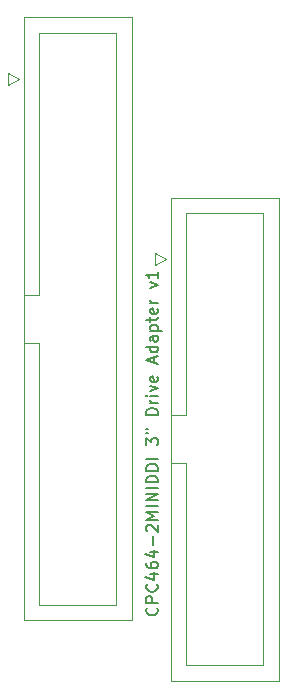
<source format=gbr>
%TF.GenerationSoftware,KiCad,Pcbnew,(6.0.7)*%
%TF.CreationDate,2022-12-30T00:06:57+00:00*%
%TF.ProjectId,CPC464-2MINIDDI3ADAPT,43504334-3634-42d3-924d-494e49444449,rev?*%
%TF.SameCoordinates,Original*%
%TF.FileFunction,Legend,Top*%
%TF.FilePolarity,Positive*%
%FSLAX46Y46*%
G04 Gerber Fmt 4.6, Leading zero omitted, Abs format (unit mm)*
G04 Created by KiCad (PCBNEW (6.0.7)) date 2022-12-30 00:06:57*
%MOMM*%
%LPD*%
G01*
G04 APERTURE LIST*
%ADD10C,0.150000*%
%ADD11C,0.120000*%
G04 APERTURE END LIST*
D10*
X71502542Y-109254771D02*
X71550161Y-109302390D01*
X71597780Y-109445247D01*
X71597780Y-109540485D01*
X71550161Y-109683342D01*
X71454923Y-109778580D01*
X71359685Y-109826200D01*
X71169209Y-109873819D01*
X71026352Y-109873819D01*
X70835876Y-109826200D01*
X70740638Y-109778580D01*
X70645400Y-109683342D01*
X70597780Y-109540485D01*
X70597780Y-109445247D01*
X70645400Y-109302390D01*
X70693019Y-109254771D01*
X71597780Y-108826200D02*
X70597780Y-108826200D01*
X70597780Y-108445247D01*
X70645400Y-108350009D01*
X70693019Y-108302390D01*
X70788257Y-108254771D01*
X70931114Y-108254771D01*
X71026352Y-108302390D01*
X71073971Y-108350009D01*
X71121590Y-108445247D01*
X71121590Y-108826200D01*
X71502542Y-107254771D02*
X71550161Y-107302390D01*
X71597780Y-107445247D01*
X71597780Y-107540485D01*
X71550161Y-107683342D01*
X71454923Y-107778580D01*
X71359685Y-107826200D01*
X71169209Y-107873819D01*
X71026352Y-107873819D01*
X70835876Y-107826200D01*
X70740638Y-107778580D01*
X70645400Y-107683342D01*
X70597780Y-107540485D01*
X70597780Y-107445247D01*
X70645400Y-107302390D01*
X70693019Y-107254771D01*
X70931114Y-106397628D02*
X71597780Y-106397628D01*
X70550161Y-106635723D02*
X71264447Y-106873819D01*
X71264447Y-106254771D01*
X70597780Y-105445247D02*
X70597780Y-105635723D01*
X70645400Y-105730961D01*
X70693019Y-105778580D01*
X70835876Y-105873819D01*
X71026352Y-105921438D01*
X71407304Y-105921438D01*
X71502542Y-105873819D01*
X71550161Y-105826200D01*
X71597780Y-105730961D01*
X71597780Y-105540485D01*
X71550161Y-105445247D01*
X71502542Y-105397628D01*
X71407304Y-105350009D01*
X71169209Y-105350009D01*
X71073971Y-105397628D01*
X71026352Y-105445247D01*
X70978733Y-105540485D01*
X70978733Y-105730961D01*
X71026352Y-105826200D01*
X71073971Y-105873819D01*
X71169209Y-105921438D01*
X70931114Y-104492866D02*
X71597780Y-104492866D01*
X70550161Y-104730961D02*
X71264447Y-104969057D01*
X71264447Y-104350009D01*
X71216828Y-103969057D02*
X71216828Y-103207152D01*
X70693019Y-102778580D02*
X70645400Y-102730961D01*
X70597780Y-102635723D01*
X70597780Y-102397628D01*
X70645400Y-102302390D01*
X70693019Y-102254771D01*
X70788257Y-102207152D01*
X70883495Y-102207152D01*
X71026352Y-102254771D01*
X71597780Y-102826200D01*
X71597780Y-102207152D01*
X71597780Y-101778580D02*
X70597780Y-101778580D01*
X71312066Y-101445247D01*
X70597780Y-101111914D01*
X71597780Y-101111914D01*
X71597780Y-100635723D02*
X70597780Y-100635723D01*
X71597780Y-100159533D02*
X70597780Y-100159533D01*
X71597780Y-99588104D01*
X70597780Y-99588104D01*
X71597780Y-99111914D02*
X70597780Y-99111914D01*
X71597780Y-98635723D02*
X70597780Y-98635723D01*
X70597780Y-98397628D01*
X70645400Y-98254771D01*
X70740638Y-98159533D01*
X70835876Y-98111914D01*
X71026352Y-98064295D01*
X71169209Y-98064295D01*
X71359685Y-98111914D01*
X71454923Y-98159533D01*
X71550161Y-98254771D01*
X71597780Y-98397628D01*
X71597780Y-98635723D01*
X71597780Y-97635723D02*
X70597780Y-97635723D01*
X70597780Y-97397628D01*
X70645400Y-97254771D01*
X70740638Y-97159533D01*
X70835876Y-97111914D01*
X71026352Y-97064295D01*
X71169209Y-97064295D01*
X71359685Y-97111914D01*
X71454923Y-97159533D01*
X71550161Y-97254771D01*
X71597780Y-97397628D01*
X71597780Y-97635723D01*
X71597780Y-96635723D02*
X70597780Y-96635723D01*
X70597780Y-95492866D02*
X70597780Y-94873819D01*
X70978733Y-95207152D01*
X70978733Y-95064295D01*
X71026352Y-94969057D01*
X71073971Y-94921438D01*
X71169209Y-94873819D01*
X71407304Y-94873819D01*
X71502542Y-94921438D01*
X71550161Y-94969057D01*
X71597780Y-95064295D01*
X71597780Y-95350009D01*
X71550161Y-95445247D01*
X71502542Y-95492866D01*
X70597780Y-94492866D02*
X70788257Y-94492866D01*
X70597780Y-94111914D02*
X70788257Y-94111914D01*
X71597780Y-92921438D02*
X70597780Y-92921438D01*
X70597780Y-92683342D01*
X70645400Y-92540485D01*
X70740638Y-92445247D01*
X70835876Y-92397628D01*
X71026352Y-92350009D01*
X71169209Y-92350009D01*
X71359685Y-92397628D01*
X71454923Y-92445247D01*
X71550161Y-92540485D01*
X71597780Y-92683342D01*
X71597780Y-92921438D01*
X71597780Y-91921438D02*
X70931114Y-91921438D01*
X71121590Y-91921438D02*
X71026352Y-91873819D01*
X70978733Y-91826200D01*
X70931114Y-91730961D01*
X70931114Y-91635723D01*
X71597780Y-91302390D02*
X70931114Y-91302390D01*
X70597780Y-91302390D02*
X70645400Y-91350009D01*
X70693019Y-91302390D01*
X70645400Y-91254771D01*
X70597780Y-91302390D01*
X70693019Y-91302390D01*
X70931114Y-90921438D02*
X71597780Y-90683342D01*
X70931114Y-90445247D01*
X71550161Y-89683342D02*
X71597780Y-89778580D01*
X71597780Y-89969057D01*
X71550161Y-90064295D01*
X71454923Y-90111914D01*
X71073971Y-90111914D01*
X70978733Y-90064295D01*
X70931114Y-89969057D01*
X70931114Y-89778580D01*
X70978733Y-89683342D01*
X71073971Y-89635723D01*
X71169209Y-89635723D01*
X71264447Y-90111914D01*
X71312066Y-88492866D02*
X71312066Y-88016676D01*
X71597780Y-88588104D02*
X70597780Y-88254771D01*
X71597780Y-87921438D01*
X71597780Y-87159533D02*
X70597780Y-87159533D01*
X71550161Y-87159533D02*
X71597780Y-87254771D01*
X71597780Y-87445247D01*
X71550161Y-87540485D01*
X71502542Y-87588104D01*
X71407304Y-87635723D01*
X71121590Y-87635723D01*
X71026352Y-87588104D01*
X70978733Y-87540485D01*
X70931114Y-87445247D01*
X70931114Y-87254771D01*
X70978733Y-87159533D01*
X71597780Y-86254771D02*
X71073971Y-86254771D01*
X70978733Y-86302390D01*
X70931114Y-86397628D01*
X70931114Y-86588104D01*
X70978733Y-86683342D01*
X71550161Y-86254771D02*
X71597780Y-86350009D01*
X71597780Y-86588104D01*
X71550161Y-86683342D01*
X71454923Y-86730961D01*
X71359685Y-86730961D01*
X71264447Y-86683342D01*
X71216828Y-86588104D01*
X71216828Y-86350009D01*
X71169209Y-86254771D01*
X70931114Y-85778580D02*
X71931114Y-85778580D01*
X70978733Y-85778580D02*
X70931114Y-85683342D01*
X70931114Y-85492866D01*
X70978733Y-85397628D01*
X71026352Y-85350009D01*
X71121590Y-85302390D01*
X71407304Y-85302390D01*
X71502542Y-85350009D01*
X71550161Y-85397628D01*
X71597780Y-85492866D01*
X71597780Y-85683342D01*
X71550161Y-85778580D01*
X70931114Y-85016676D02*
X70931114Y-84635723D01*
X70597780Y-84873819D02*
X71454923Y-84873819D01*
X71550161Y-84826200D01*
X71597780Y-84730961D01*
X71597780Y-84635723D01*
X71550161Y-83921438D02*
X71597780Y-84016676D01*
X71597780Y-84207152D01*
X71550161Y-84302390D01*
X71454923Y-84350009D01*
X71073971Y-84350009D01*
X70978733Y-84302390D01*
X70931114Y-84207152D01*
X70931114Y-84016676D01*
X70978733Y-83921438D01*
X71073971Y-83873819D01*
X71169209Y-83873819D01*
X71264447Y-84350009D01*
X71597780Y-83445247D02*
X70931114Y-83445247D01*
X71121590Y-83445247D02*
X71026352Y-83397628D01*
X70978733Y-83350009D01*
X70931114Y-83254771D01*
X70931114Y-83159533D01*
X70931114Y-82159533D02*
X71597780Y-81921438D01*
X70931114Y-81683342D01*
X71597780Y-80778580D02*
X71597780Y-81350009D01*
X71597780Y-81064295D02*
X70597780Y-81064295D01*
X70740638Y-81159533D01*
X70835876Y-81254771D01*
X70883495Y-81350009D01*
D11*
%TO.C,CD2*%
X71316800Y-79230600D02*
X71316800Y-80230600D01*
X74016800Y-75820600D02*
X80516800Y-75820600D01*
X81826800Y-115420600D02*
X72706800Y-115420600D01*
X81826800Y-74520600D02*
X81826800Y-115420600D01*
X72316800Y-79730600D02*
X71316800Y-79230600D01*
X80516800Y-114120600D02*
X74016800Y-114120600D01*
X72706800Y-115420600D02*
X72706800Y-74520600D01*
X74016800Y-97020600D02*
X72706800Y-97020600D01*
X71316800Y-80230600D02*
X72316800Y-79730600D01*
X72706800Y-74520600D02*
X81826800Y-74520600D01*
X74016800Y-114120600D02*
X74016800Y-97020600D01*
X74016800Y-97020600D02*
X74016800Y-97020600D01*
X74016800Y-92920600D02*
X74016800Y-75820600D01*
X80516800Y-75820600D02*
X80516800Y-114120600D01*
X72706800Y-92920600D02*
X74016800Y-92920600D01*
%TO.C,CD1*%
X68070800Y-60555200D02*
X68070800Y-109015200D01*
X58870800Y-64965200D02*
X59870800Y-64465200D01*
X61570800Y-82735200D02*
X61570800Y-60555200D01*
X69380800Y-59255200D02*
X69380800Y-110315200D01*
X60260800Y-59255200D02*
X69380800Y-59255200D01*
X61570800Y-86835200D02*
X60260800Y-86835200D01*
X58870800Y-63965200D02*
X58870800Y-64965200D01*
X68070800Y-109015200D02*
X61570800Y-109015200D01*
X61570800Y-86835200D02*
X61570800Y-86835200D01*
X61570800Y-109015200D02*
X61570800Y-86835200D01*
X69380800Y-110315200D02*
X60260800Y-110315200D01*
X60260800Y-110315200D02*
X60260800Y-59255200D01*
X61570800Y-60555200D02*
X68070800Y-60555200D01*
X60260800Y-82735200D02*
X61570800Y-82735200D01*
X59870800Y-64465200D02*
X58870800Y-63965200D01*
%TD*%
M02*

</source>
